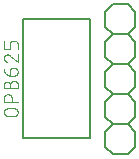
<source format=gbr>
G04 EAGLE Gerber RS-274X export*
G75*
%MOMM*%
%FSLAX34Y34*%
%LPD*%
%INSilkscreen Top*%
%IPPOS*%
%AMOC8*
5,1,8,0,0,1.08239X$1,22.5*%
G01*
%ADD10C,0.127000*%
%ADD11C,0.101600*%
%ADD12C,0.152400*%


D10*
X77400Y133000D02*
X20400Y133000D01*
X20400Y32000D01*
X77400Y32000D01*
X77400Y133000D01*
D11*
X12946Y50851D02*
X7754Y50851D01*
X7641Y50853D01*
X7528Y50859D01*
X7415Y50869D01*
X7302Y50883D01*
X7190Y50900D01*
X7079Y50922D01*
X6969Y50947D01*
X6859Y50977D01*
X6751Y51010D01*
X6644Y51047D01*
X6538Y51087D01*
X6434Y51132D01*
X6331Y51180D01*
X6230Y51231D01*
X6131Y51286D01*
X6034Y51344D01*
X5939Y51406D01*
X5846Y51471D01*
X5756Y51539D01*
X5668Y51610D01*
X5582Y51685D01*
X5499Y51762D01*
X5419Y51842D01*
X5342Y51925D01*
X5267Y52011D01*
X5196Y52099D01*
X5128Y52189D01*
X5063Y52282D01*
X5001Y52377D01*
X4943Y52474D01*
X4888Y52573D01*
X4837Y52674D01*
X4789Y52777D01*
X4744Y52881D01*
X4704Y52987D01*
X4667Y53094D01*
X4634Y53202D01*
X4604Y53312D01*
X4579Y53422D01*
X4557Y53533D01*
X4540Y53645D01*
X4526Y53758D01*
X4516Y53871D01*
X4510Y53984D01*
X4508Y54097D01*
X4510Y54210D01*
X4516Y54323D01*
X4526Y54436D01*
X4540Y54549D01*
X4557Y54661D01*
X4579Y54772D01*
X4604Y54882D01*
X4634Y54992D01*
X4667Y55100D01*
X4704Y55207D01*
X4744Y55313D01*
X4789Y55417D01*
X4837Y55520D01*
X4888Y55621D01*
X4943Y55720D01*
X5001Y55817D01*
X5063Y55912D01*
X5128Y56005D01*
X5196Y56095D01*
X5267Y56183D01*
X5342Y56269D01*
X5419Y56352D01*
X5499Y56432D01*
X5582Y56509D01*
X5668Y56584D01*
X5756Y56655D01*
X5846Y56723D01*
X5939Y56788D01*
X6034Y56850D01*
X6131Y56908D01*
X6230Y56963D01*
X6331Y57014D01*
X6434Y57062D01*
X6538Y57107D01*
X6644Y57147D01*
X6751Y57184D01*
X6859Y57217D01*
X6969Y57247D01*
X7079Y57272D01*
X7190Y57294D01*
X7302Y57311D01*
X7415Y57325D01*
X7528Y57335D01*
X7641Y57341D01*
X7754Y57343D01*
X7754Y57342D02*
X12946Y57342D01*
X12946Y57343D02*
X13059Y57341D01*
X13172Y57335D01*
X13285Y57325D01*
X13398Y57311D01*
X13510Y57294D01*
X13621Y57272D01*
X13731Y57247D01*
X13841Y57217D01*
X13949Y57184D01*
X14056Y57147D01*
X14162Y57107D01*
X14266Y57062D01*
X14369Y57014D01*
X14470Y56963D01*
X14569Y56908D01*
X14666Y56850D01*
X14761Y56788D01*
X14854Y56723D01*
X14944Y56655D01*
X15032Y56584D01*
X15118Y56509D01*
X15201Y56432D01*
X15281Y56352D01*
X15358Y56269D01*
X15433Y56183D01*
X15504Y56095D01*
X15572Y56005D01*
X15637Y55912D01*
X15699Y55817D01*
X15757Y55720D01*
X15812Y55621D01*
X15863Y55520D01*
X15911Y55417D01*
X15956Y55313D01*
X15996Y55207D01*
X16033Y55100D01*
X16066Y54992D01*
X16096Y54882D01*
X16121Y54772D01*
X16143Y54661D01*
X16160Y54549D01*
X16174Y54436D01*
X16184Y54323D01*
X16190Y54210D01*
X16192Y54097D01*
X16190Y53984D01*
X16184Y53871D01*
X16174Y53758D01*
X16160Y53645D01*
X16143Y53533D01*
X16121Y53422D01*
X16096Y53312D01*
X16066Y53202D01*
X16033Y53094D01*
X15996Y52987D01*
X15956Y52881D01*
X15911Y52777D01*
X15863Y52674D01*
X15812Y52573D01*
X15757Y52474D01*
X15699Y52377D01*
X15637Y52282D01*
X15572Y52189D01*
X15504Y52099D01*
X15433Y52011D01*
X15358Y51925D01*
X15281Y51842D01*
X15201Y51762D01*
X15118Y51685D01*
X15032Y51610D01*
X14944Y51539D01*
X14854Y51471D01*
X14761Y51406D01*
X14666Y51344D01*
X14569Y51286D01*
X14470Y51231D01*
X14369Y51180D01*
X14266Y51132D01*
X14162Y51087D01*
X14056Y51047D01*
X13949Y51010D01*
X13841Y50977D01*
X13731Y50947D01*
X13621Y50922D01*
X13510Y50900D01*
X13398Y50883D01*
X13285Y50869D01*
X13172Y50859D01*
X13059Y50853D01*
X12946Y50851D01*
X16192Y62831D02*
X4508Y62831D01*
X4508Y66077D01*
X4510Y66190D01*
X4516Y66303D01*
X4526Y66416D01*
X4540Y66529D01*
X4557Y66641D01*
X4579Y66752D01*
X4604Y66862D01*
X4634Y66972D01*
X4667Y67080D01*
X4704Y67187D01*
X4744Y67293D01*
X4789Y67397D01*
X4837Y67500D01*
X4888Y67601D01*
X4943Y67700D01*
X5001Y67797D01*
X5063Y67892D01*
X5128Y67985D01*
X5196Y68075D01*
X5267Y68163D01*
X5342Y68249D01*
X5419Y68332D01*
X5499Y68412D01*
X5582Y68489D01*
X5668Y68564D01*
X5756Y68635D01*
X5846Y68703D01*
X5939Y68768D01*
X6034Y68830D01*
X6131Y68888D01*
X6230Y68943D01*
X6331Y68994D01*
X6434Y69042D01*
X6538Y69087D01*
X6644Y69127D01*
X6751Y69164D01*
X6859Y69197D01*
X6969Y69227D01*
X7079Y69252D01*
X7190Y69274D01*
X7302Y69291D01*
X7415Y69305D01*
X7528Y69315D01*
X7641Y69321D01*
X7754Y69323D01*
X7867Y69321D01*
X7980Y69315D01*
X8093Y69305D01*
X8206Y69291D01*
X8318Y69274D01*
X8429Y69252D01*
X8539Y69227D01*
X8649Y69197D01*
X8757Y69164D01*
X8864Y69127D01*
X8970Y69087D01*
X9074Y69042D01*
X9177Y68994D01*
X9278Y68943D01*
X9377Y68888D01*
X9474Y68830D01*
X9569Y68768D01*
X9662Y68703D01*
X9752Y68635D01*
X9840Y68564D01*
X9926Y68489D01*
X10009Y68412D01*
X10089Y68332D01*
X10166Y68249D01*
X10241Y68163D01*
X10312Y68075D01*
X10380Y67985D01*
X10445Y67892D01*
X10507Y67797D01*
X10565Y67700D01*
X10620Y67601D01*
X10671Y67500D01*
X10719Y67397D01*
X10764Y67293D01*
X10804Y67187D01*
X10841Y67080D01*
X10874Y66972D01*
X10904Y66862D01*
X10929Y66752D01*
X10951Y66641D01*
X10968Y66529D01*
X10982Y66416D01*
X10992Y66303D01*
X10998Y66190D01*
X11000Y66077D01*
X10999Y66077D02*
X10999Y62831D01*
X9701Y74261D02*
X9701Y77507D01*
X9700Y77507D02*
X9702Y77620D01*
X9708Y77733D01*
X9718Y77846D01*
X9732Y77959D01*
X9749Y78071D01*
X9771Y78182D01*
X9796Y78292D01*
X9826Y78402D01*
X9859Y78510D01*
X9896Y78617D01*
X9936Y78723D01*
X9981Y78827D01*
X10029Y78930D01*
X10080Y79031D01*
X10135Y79130D01*
X10193Y79227D01*
X10255Y79322D01*
X10320Y79415D01*
X10388Y79505D01*
X10459Y79593D01*
X10534Y79679D01*
X10611Y79762D01*
X10691Y79842D01*
X10774Y79919D01*
X10860Y79994D01*
X10948Y80065D01*
X11038Y80133D01*
X11131Y80198D01*
X11226Y80260D01*
X11323Y80318D01*
X11422Y80373D01*
X11523Y80424D01*
X11626Y80472D01*
X11730Y80517D01*
X11836Y80557D01*
X11943Y80594D01*
X12051Y80627D01*
X12161Y80657D01*
X12271Y80682D01*
X12382Y80704D01*
X12494Y80721D01*
X12607Y80735D01*
X12720Y80745D01*
X12833Y80751D01*
X12946Y80753D01*
X13059Y80751D01*
X13172Y80745D01*
X13285Y80735D01*
X13398Y80721D01*
X13510Y80704D01*
X13621Y80682D01*
X13731Y80657D01*
X13841Y80627D01*
X13949Y80594D01*
X14056Y80557D01*
X14162Y80517D01*
X14266Y80472D01*
X14369Y80424D01*
X14470Y80373D01*
X14569Y80318D01*
X14666Y80260D01*
X14761Y80198D01*
X14854Y80133D01*
X14944Y80065D01*
X15032Y79994D01*
X15118Y79919D01*
X15201Y79842D01*
X15281Y79762D01*
X15358Y79679D01*
X15433Y79593D01*
X15504Y79505D01*
X15572Y79415D01*
X15637Y79322D01*
X15699Y79227D01*
X15757Y79130D01*
X15812Y79031D01*
X15863Y78930D01*
X15911Y78827D01*
X15956Y78723D01*
X15996Y78617D01*
X16033Y78510D01*
X16066Y78402D01*
X16096Y78292D01*
X16121Y78182D01*
X16143Y78071D01*
X16160Y77959D01*
X16174Y77846D01*
X16184Y77733D01*
X16190Y77620D01*
X16192Y77507D01*
X16192Y74261D01*
X4508Y74261D01*
X4508Y77507D01*
X4510Y77608D01*
X4516Y77708D01*
X4526Y77808D01*
X4539Y77908D01*
X4557Y78007D01*
X4578Y78106D01*
X4603Y78203D01*
X4632Y78300D01*
X4665Y78395D01*
X4701Y78489D01*
X4741Y78581D01*
X4784Y78672D01*
X4831Y78761D01*
X4881Y78848D01*
X4935Y78934D01*
X4992Y79017D01*
X5052Y79097D01*
X5115Y79176D01*
X5182Y79252D01*
X5251Y79325D01*
X5323Y79395D01*
X5397Y79463D01*
X5474Y79528D01*
X5554Y79589D01*
X5636Y79648D01*
X5720Y79703D01*
X5806Y79755D01*
X5894Y79804D01*
X5984Y79849D01*
X6076Y79891D01*
X6169Y79929D01*
X6264Y79963D01*
X6359Y79994D01*
X6456Y80021D01*
X6554Y80044D01*
X6653Y80064D01*
X6753Y80079D01*
X6853Y80091D01*
X6953Y80099D01*
X7054Y80103D01*
X7154Y80103D01*
X7255Y80099D01*
X7355Y80091D01*
X7455Y80079D01*
X7555Y80064D01*
X7654Y80044D01*
X7752Y80021D01*
X7849Y79994D01*
X7944Y79963D01*
X8039Y79929D01*
X8132Y79891D01*
X8224Y79849D01*
X8314Y79804D01*
X8402Y79755D01*
X8488Y79703D01*
X8572Y79648D01*
X8654Y79589D01*
X8734Y79528D01*
X8811Y79463D01*
X8885Y79395D01*
X8957Y79325D01*
X9026Y79252D01*
X9093Y79176D01*
X9156Y79097D01*
X9216Y79017D01*
X9273Y78934D01*
X9327Y78848D01*
X9377Y78761D01*
X9424Y78672D01*
X9467Y78581D01*
X9507Y78489D01*
X9543Y78395D01*
X9576Y78300D01*
X9605Y78203D01*
X9630Y78106D01*
X9651Y78007D01*
X9669Y77908D01*
X9682Y77808D01*
X9692Y77708D01*
X9698Y77608D01*
X9700Y77507D01*
X9701Y85141D02*
X9701Y89036D01*
X9703Y89135D01*
X9709Y89235D01*
X9718Y89334D01*
X9731Y89432D01*
X9748Y89530D01*
X9769Y89628D01*
X9794Y89724D01*
X9822Y89819D01*
X9854Y89913D01*
X9889Y90006D01*
X9928Y90098D01*
X9971Y90188D01*
X10016Y90276D01*
X10066Y90363D01*
X10118Y90447D01*
X10174Y90530D01*
X10232Y90610D01*
X10294Y90688D01*
X10359Y90763D01*
X10427Y90836D01*
X10497Y90906D01*
X10570Y90974D01*
X10645Y91039D01*
X10723Y91101D01*
X10803Y91159D01*
X10886Y91215D01*
X10970Y91267D01*
X11057Y91317D01*
X11145Y91362D01*
X11235Y91405D01*
X11327Y91444D01*
X11420Y91479D01*
X11514Y91511D01*
X11609Y91539D01*
X11705Y91564D01*
X11803Y91585D01*
X11901Y91602D01*
X11999Y91615D01*
X12098Y91624D01*
X12198Y91630D01*
X12297Y91632D01*
X12946Y91632D01*
X12946Y91633D02*
X13059Y91631D01*
X13172Y91625D01*
X13285Y91615D01*
X13398Y91601D01*
X13510Y91584D01*
X13621Y91562D01*
X13731Y91537D01*
X13841Y91507D01*
X13949Y91474D01*
X14056Y91437D01*
X14162Y91397D01*
X14266Y91352D01*
X14369Y91304D01*
X14470Y91253D01*
X14569Y91198D01*
X14666Y91140D01*
X14761Y91078D01*
X14854Y91013D01*
X14944Y90945D01*
X15032Y90874D01*
X15118Y90799D01*
X15201Y90722D01*
X15281Y90642D01*
X15358Y90559D01*
X15433Y90473D01*
X15504Y90385D01*
X15572Y90295D01*
X15637Y90202D01*
X15699Y90107D01*
X15757Y90010D01*
X15812Y89911D01*
X15863Y89810D01*
X15911Y89707D01*
X15956Y89603D01*
X15996Y89497D01*
X16033Y89390D01*
X16066Y89282D01*
X16096Y89172D01*
X16121Y89062D01*
X16143Y88951D01*
X16160Y88839D01*
X16174Y88726D01*
X16184Y88613D01*
X16190Y88500D01*
X16192Y88387D01*
X16190Y88274D01*
X16184Y88161D01*
X16174Y88048D01*
X16160Y87935D01*
X16143Y87823D01*
X16121Y87712D01*
X16096Y87602D01*
X16066Y87492D01*
X16033Y87384D01*
X15996Y87277D01*
X15956Y87171D01*
X15911Y87067D01*
X15863Y86964D01*
X15812Y86863D01*
X15757Y86764D01*
X15699Y86667D01*
X15637Y86572D01*
X15572Y86479D01*
X15504Y86389D01*
X15433Y86301D01*
X15358Y86215D01*
X15281Y86132D01*
X15201Y86052D01*
X15118Y85975D01*
X15032Y85900D01*
X14944Y85829D01*
X14854Y85761D01*
X14761Y85696D01*
X14666Y85634D01*
X14569Y85576D01*
X14470Y85521D01*
X14369Y85470D01*
X14266Y85422D01*
X14162Y85377D01*
X14056Y85337D01*
X13949Y85300D01*
X13841Y85267D01*
X13731Y85237D01*
X13621Y85212D01*
X13510Y85190D01*
X13398Y85173D01*
X13285Y85159D01*
X13172Y85149D01*
X13059Y85143D01*
X12946Y85141D01*
X9701Y85141D01*
X9558Y85143D01*
X9415Y85149D01*
X9272Y85159D01*
X9130Y85173D01*
X8988Y85190D01*
X8846Y85212D01*
X8705Y85237D01*
X8565Y85267D01*
X8426Y85300D01*
X8288Y85337D01*
X8151Y85378D01*
X8015Y85422D01*
X7880Y85471D01*
X7747Y85523D01*
X7615Y85578D01*
X7485Y85638D01*
X7356Y85701D01*
X7229Y85767D01*
X7105Y85837D01*
X6982Y85910D01*
X6861Y85987D01*
X6742Y86066D01*
X6626Y86150D01*
X6511Y86236D01*
X6400Y86325D01*
X6291Y86418D01*
X6184Y86513D01*
X6080Y86612D01*
X5979Y86713D01*
X5880Y86817D01*
X5785Y86923D01*
X5692Y87033D01*
X5603Y87144D01*
X5517Y87258D01*
X5434Y87375D01*
X5354Y87494D01*
X5277Y87615D01*
X5204Y87737D01*
X5134Y87862D01*
X5068Y87989D01*
X5005Y88118D01*
X4945Y88248D01*
X4890Y88380D01*
X4838Y88513D01*
X4789Y88648D01*
X4745Y88784D01*
X4704Y88921D01*
X4667Y89059D01*
X4634Y89198D01*
X4604Y89338D01*
X4579Y89479D01*
X4557Y89621D01*
X4540Y89763D01*
X4526Y89905D01*
X4516Y90048D01*
X4510Y90191D01*
X4508Y90334D01*
X4508Y100141D02*
X4510Y100248D01*
X4516Y100354D01*
X4526Y100460D01*
X4539Y100566D01*
X4557Y100672D01*
X4578Y100776D01*
X4603Y100880D01*
X4632Y100983D01*
X4664Y101084D01*
X4701Y101184D01*
X4741Y101283D01*
X4784Y101381D01*
X4831Y101477D01*
X4882Y101571D01*
X4936Y101663D01*
X4993Y101753D01*
X5053Y101841D01*
X5117Y101926D01*
X5184Y102009D01*
X5254Y102090D01*
X5326Y102168D01*
X5402Y102244D01*
X5480Y102316D01*
X5561Y102386D01*
X5644Y102453D01*
X5729Y102517D01*
X5817Y102577D01*
X5907Y102634D01*
X5999Y102688D01*
X6093Y102739D01*
X6189Y102786D01*
X6287Y102829D01*
X6386Y102869D01*
X6486Y102906D01*
X6587Y102938D01*
X6690Y102967D01*
X6794Y102992D01*
X6898Y103013D01*
X7004Y103031D01*
X7110Y103044D01*
X7216Y103054D01*
X7322Y103060D01*
X7429Y103062D01*
X4508Y100141D02*
X4510Y100020D01*
X4516Y99899D01*
X4526Y99779D01*
X4539Y99658D01*
X4557Y99539D01*
X4578Y99419D01*
X4603Y99301D01*
X4632Y99184D01*
X4665Y99067D01*
X4701Y98952D01*
X4742Y98838D01*
X4785Y98725D01*
X4833Y98613D01*
X4884Y98504D01*
X4939Y98396D01*
X4997Y98289D01*
X5058Y98185D01*
X5123Y98083D01*
X5191Y97983D01*
X5262Y97885D01*
X5336Y97789D01*
X5413Y97696D01*
X5494Y97606D01*
X5577Y97518D01*
X5663Y97433D01*
X5752Y97350D01*
X5843Y97271D01*
X5937Y97194D01*
X6033Y97121D01*
X6131Y97051D01*
X6232Y96984D01*
X6335Y96920D01*
X6440Y96860D01*
X6547Y96802D01*
X6655Y96749D01*
X6765Y96699D01*
X6877Y96653D01*
X6990Y96610D01*
X7105Y96571D01*
X9701Y102088D02*
X9623Y102167D01*
X9543Y102243D01*
X9460Y102316D01*
X9374Y102386D01*
X9287Y102453D01*
X9196Y102517D01*
X9104Y102577D01*
X9010Y102635D01*
X8913Y102689D01*
X8815Y102739D01*
X8715Y102786D01*
X8614Y102830D01*
X8511Y102870D01*
X8406Y102906D01*
X8301Y102938D01*
X8194Y102967D01*
X8087Y102992D01*
X7978Y103014D01*
X7869Y103031D01*
X7760Y103045D01*
X7650Y103054D01*
X7539Y103060D01*
X7429Y103062D01*
X9701Y102088D02*
X16192Y96571D01*
X16192Y103062D01*
X16192Y108001D02*
X16192Y111896D01*
X16190Y111995D01*
X16184Y112095D01*
X16175Y112194D01*
X16162Y112292D01*
X16145Y112390D01*
X16124Y112488D01*
X16099Y112584D01*
X16071Y112679D01*
X16039Y112773D01*
X16004Y112866D01*
X15965Y112958D01*
X15922Y113048D01*
X15877Y113136D01*
X15827Y113223D01*
X15775Y113307D01*
X15719Y113390D01*
X15661Y113470D01*
X15599Y113548D01*
X15534Y113623D01*
X15466Y113696D01*
X15396Y113766D01*
X15323Y113834D01*
X15248Y113899D01*
X15170Y113961D01*
X15090Y114019D01*
X15007Y114075D01*
X14923Y114127D01*
X14836Y114177D01*
X14748Y114222D01*
X14658Y114265D01*
X14566Y114304D01*
X14473Y114339D01*
X14379Y114371D01*
X14284Y114399D01*
X14188Y114424D01*
X14090Y114445D01*
X13992Y114462D01*
X13894Y114475D01*
X13795Y114484D01*
X13695Y114490D01*
X13596Y114492D01*
X12297Y114492D01*
X12198Y114490D01*
X12098Y114484D01*
X11999Y114475D01*
X11901Y114462D01*
X11803Y114445D01*
X11705Y114424D01*
X11609Y114399D01*
X11514Y114371D01*
X11420Y114339D01*
X11327Y114304D01*
X11235Y114265D01*
X11145Y114222D01*
X11057Y114177D01*
X10970Y114127D01*
X10886Y114075D01*
X10803Y114019D01*
X10723Y113961D01*
X10645Y113899D01*
X10570Y113834D01*
X10497Y113766D01*
X10427Y113696D01*
X10359Y113623D01*
X10294Y113548D01*
X10232Y113470D01*
X10174Y113390D01*
X10118Y113307D01*
X10066Y113223D01*
X10016Y113136D01*
X9971Y113048D01*
X9928Y112958D01*
X9889Y112866D01*
X9854Y112773D01*
X9822Y112679D01*
X9794Y112584D01*
X9769Y112488D01*
X9748Y112390D01*
X9731Y112292D01*
X9718Y112194D01*
X9709Y112095D01*
X9703Y111995D01*
X9701Y111896D01*
X9701Y108001D01*
X4508Y108001D01*
X4508Y114492D01*
D12*
X115700Y62950D02*
X115700Y50250D01*
X109350Y43900D01*
X96650Y43900D01*
X90300Y50250D01*
X115700Y88350D02*
X109350Y94700D01*
X115700Y88350D02*
X115700Y75650D01*
X109350Y69300D01*
X96650Y69300D01*
X90300Y75650D01*
X90300Y88350D01*
X96650Y94700D01*
X109350Y69300D02*
X115700Y62950D01*
X96650Y69300D02*
X90300Y62950D01*
X90300Y50250D01*
X115700Y126450D02*
X115700Y139150D01*
X115700Y126450D02*
X109350Y120100D01*
X96650Y120100D01*
X90300Y126450D01*
X109350Y120100D02*
X115700Y113750D01*
X115700Y101050D01*
X109350Y94700D01*
X96650Y94700D01*
X90300Y101050D01*
X90300Y113750D01*
X96650Y120100D01*
X96650Y145500D02*
X109350Y145500D01*
X115700Y139150D01*
X96650Y145500D02*
X90300Y139150D01*
X90300Y126450D01*
X115700Y37550D02*
X115700Y24850D01*
X109350Y18500D01*
X96650Y18500D01*
X90300Y24850D01*
X109350Y43900D02*
X115700Y37550D01*
X96650Y43900D02*
X90300Y37550D01*
X90300Y24850D01*
M02*

</source>
